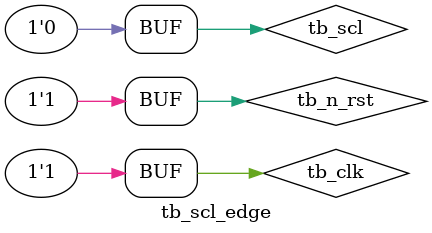
<source format=sv>
`timescale 1ns / 10ps

module tb_scl_edge();

	// Define parameters
	parameter CLK_PERIOD				= 10;
	parameter SCL_PERIOD    = 300;
  
  reg tb_clk;
	reg tb_n_rst;
	reg tb_scl;
	reg tb_rising_edge_found;
	reg tb_falling_edge_found;
	
	scl_edge DUT
	(
		.clk(tb_clk),
		.n_rst(tb_n_rst),
		.scl(tb_scl),
		.rising_edge_found(tb_rising_edge_found),
		.falling_edge_found(tb_falling_edge_found)
	);
	
	
	always
	begin : CLK_GEN
		tb_clk = 1'b0;
		#(CLK_PERIOD / 2);
		tb_clk = 1'b1;
		#(CLK_PERIOD / 2);
	end
	
	
	always
	begin : SCL_GEN
	    tb_scl = 1'b0;
	    #(SCL_PERIOD / 3);
	    tb_scl = 1'b1;
	    #(SCL_PERIOD / 3); 
	    tb_scl = 1'b0;
	    #(SCL_PERIOD / 3);
	end	
	
	
	initial
	begin 
		// Initilize all inputs
		tb_n_rst				= 1'b0; // Initially inactive
		//tb_scl	= 1'b1; // Initially idle
		
		
		// Get away from Time = 0
		#0.1; 
		tb_n_rst = 1'b1;
		//#(CLK_PERIOD*2);
	//	tb_scl = 1'b0;
		//#(CLK_PERIOD*3);
		//tb_scl = 1'b1;
		//#(CLK_PERIOD*2);
		//tb_scl = 1'b0;
		//#(CLK_PERIOD);
		//tb_scl = 1'b1;
		//#(CLK_PERIOD);
		//tb_scl = 1'b0;
		
		
		
	end 

   

endmodule

</source>
